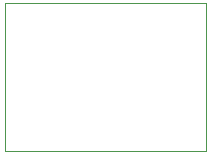
<source format=gbr>
G04 #@! TF.GenerationSoftware,KiCad,Pcbnew,(5.1.0)-1*
G04 #@! TF.CreationDate,2019-09-21T16:05:28-07:00*
G04 #@! TF.ProjectId,Miniscope-v4-wire-free,4d696e69-7363-46f7-9065-2d76342d7769,rev?*
G04 #@! TF.SameCoordinates,Original*
G04 #@! TF.FileFunction,Profile,NP*
%FSLAX46Y46*%
G04 Gerber Fmt 4.6, Leading zero omitted, Abs format (unit mm)*
G04 Created by KiCad (PCBNEW (5.1.0)-1) date 2019-09-21 16:05:28*
%MOMM*%
%LPD*%
G04 APERTURE LIST*
%ADD10C,0.050000*%
G04 APERTURE END LIST*
D10*
X118000000Y-98000000D02*
X101000000Y-98000000D01*
X118000000Y-85500000D02*
X118000000Y-98000000D01*
X101000000Y-85500000D02*
X118000000Y-85500000D01*
X101000000Y-98000000D02*
X101000000Y-85500000D01*
M02*

</source>
